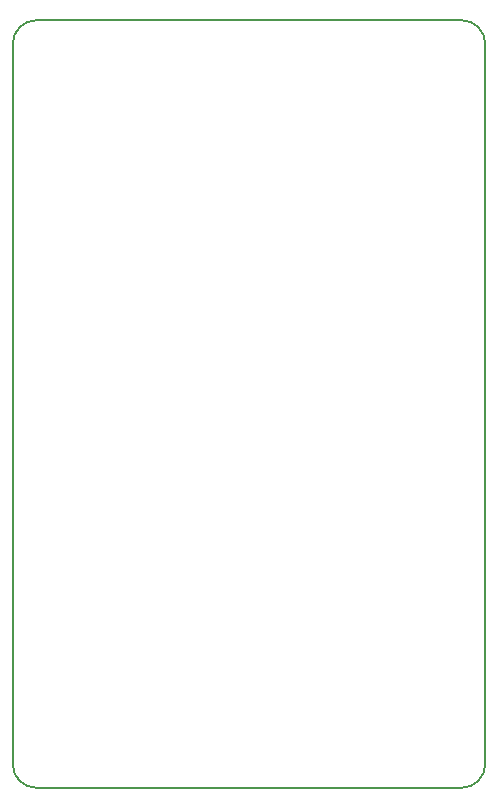
<source format=gbr>
%TF.GenerationSoftware,KiCad,Pcbnew,(5.1.10)-1*%
%TF.CreationDate,2021-07-01T23:18:39+02:00*%
%TF.ProjectId,BytesCounter,42797465-7343-46f7-956e-7465722e6b69,rev?*%
%TF.SameCoordinates,Original*%
%TF.FileFunction,Profile,NP*%
%FSLAX46Y46*%
G04 Gerber Fmt 4.6, Leading zero omitted, Abs format (unit mm)*
G04 Created by KiCad (PCBNEW (5.1.10)-1) date 2021-07-01 23:18:39*
%MOMM*%
%LPD*%
G01*
G04 APERTURE LIST*
%TA.AperFunction,Profile*%
%ADD10C,0.150000*%
%TD*%
G04 APERTURE END LIST*
D10*
X141000000Y-89000000D02*
G75*
G02*
X139000000Y-91000000I-2000000J0D01*
G01*
X103000000Y-91000000D02*
G75*
G02*
X101000000Y-89000000I0J2000000D01*
G01*
X101000000Y-28000000D02*
G75*
G02*
X103000000Y-26000000I2000000J0D01*
G01*
X139000000Y-26000000D02*
G75*
G02*
X141000000Y-28000000I0J-2000000D01*
G01*
X101000000Y-89000000D02*
X101000000Y-28000000D01*
X139000000Y-91000000D02*
X103000000Y-91000000D01*
X141000000Y-28000000D02*
X141000000Y-89000000D01*
X103000000Y-26000000D02*
X139000000Y-26000000D01*
M02*

</source>
